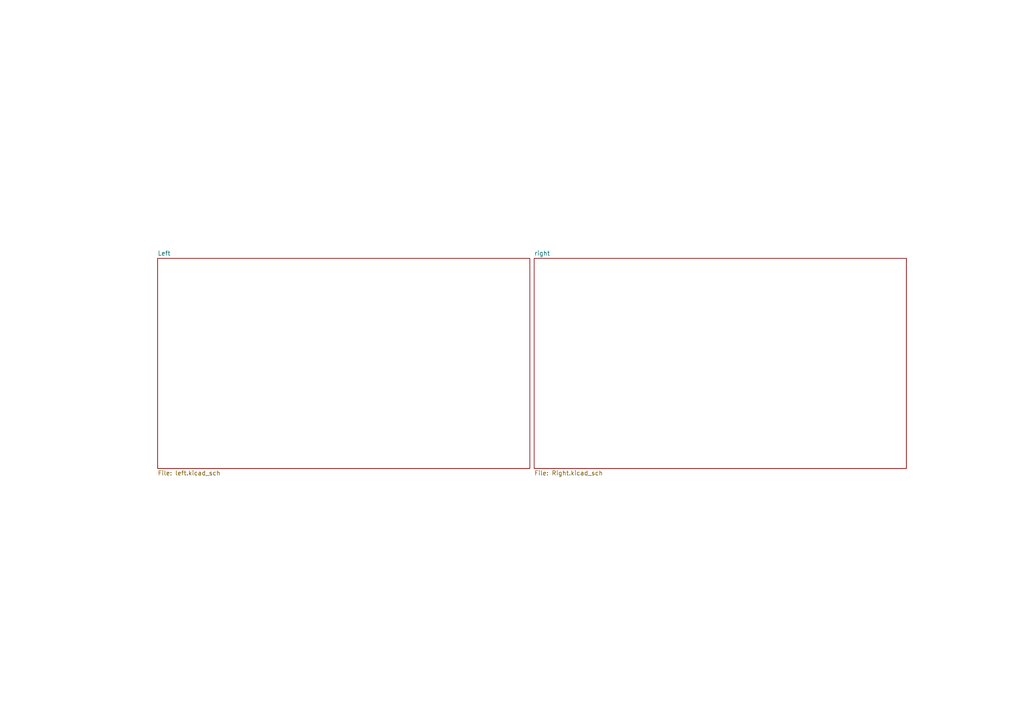
<source format=kicad_sch>
(kicad_sch
	(version 20250114)
	(generator "eeschema")
	(generator_version "9.0")
	(uuid "ed4f3dce-103b-4779-aa49-7a856438c8ae")
	(paper "A4")
	(lib_symbols)
	(sheet
		(at 45.72 74.93)
		(size 107.95 60.96)
		(exclude_from_sim no)
		(in_bom yes)
		(on_board yes)
		(dnp no)
		(fields_autoplaced yes)
		(stroke
			(width 0.1524)
			(type solid)
		)
		(fill
			(color 0 0 0 0.0000)
		)
		(uuid "04049a40-093e-42bc-af40-86e94d8158d2")
		(property "Sheetname" "Left"
			(at 45.72 74.2184 0)
			(effects
				(font
					(size 1.27 1.27)
				)
				(justify left bottom)
			)
		)
		(property "Sheetfile" "left.kicad_sch"
			(at 45.72 136.4746 0)
			(effects
				(font
					(size 1.27 1.27)
				)
				(justify left top)
			)
		)
		(instances
			(project "mpa"
				(path "/ed4f3dce-103b-4779-aa49-7a856438c8ae"
					(page "2")
				)
			)
		)
	)
	(sheet
		(at 154.94 74.93)
		(size 107.95 60.96)
		(exclude_from_sim no)
		(in_bom yes)
		(on_board yes)
		(dnp no)
		(fields_autoplaced yes)
		(stroke
			(width 0.1524)
			(type solid)
		)
		(fill
			(color 0 0 0 0.0000)
		)
		(uuid "0686bf9d-4635-401b-b30f-ccac5ba3cb06")
		(property "Sheetname" "right"
			(at 154.94 74.2184 0)
			(effects
				(font
					(size 1.27 1.27)
				)
				(justify left bottom)
			)
		)
		(property "Sheetfile" "Right.kicad_sch"
			(at 154.94 136.4746 0)
			(effects
				(font
					(size 1.27 1.27)
				)
				(justify left top)
			)
		)
		(instances
			(project "mpa"
				(path "/ed4f3dce-103b-4779-aa49-7a856438c8ae"
					(page "3")
				)
			)
		)
	)
	(sheet_instances
		(path "/"
			(page "1")
		)
	)
	(embedded_fonts no)
)

</source>
